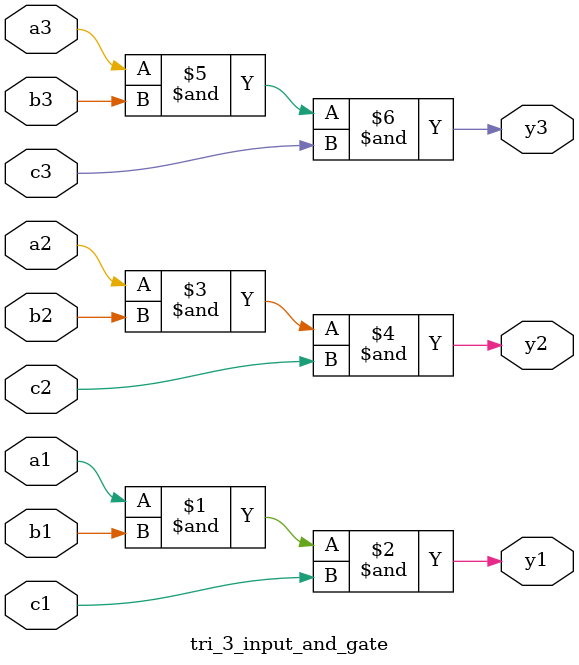
<source format=v>
`timescale 1ns / 1ps

module tri_3_input_and_gate#(parameter DELAY = 10)(
    input wire a1,b1,c1,a2,b2,c2,a3,b3,c3,
    output wire y1,y2,y3
    );
    
    and #DELAY (y1,a1,b1,c1);
    and #DELAY (y2,a2,b2,c2);
    and #DELAY (y3,a3,b3,c3);
    
endmodule

</source>
